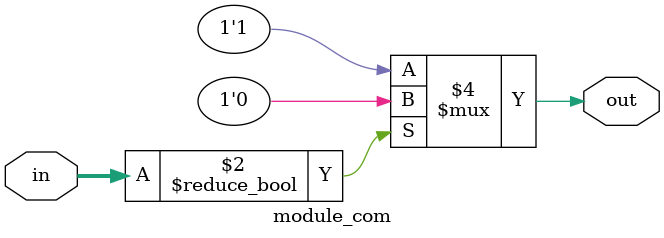
<source format=v>
`timescale 1ns / 1ps

module module_com(in,out);
//´ËÎÄ¼þÎª±È½ÏÆ÷Ä£¿é£¬ÊäÈë0Êä³ö1
parameter WIDTH = 8;
input [WIDTH-1:0] in;
output reg out;
always @(in)
begin
    if(in)
    begin
        out = 0;
    end
    else
    begin
        out = 1;
    end
end
endmodule

</source>
